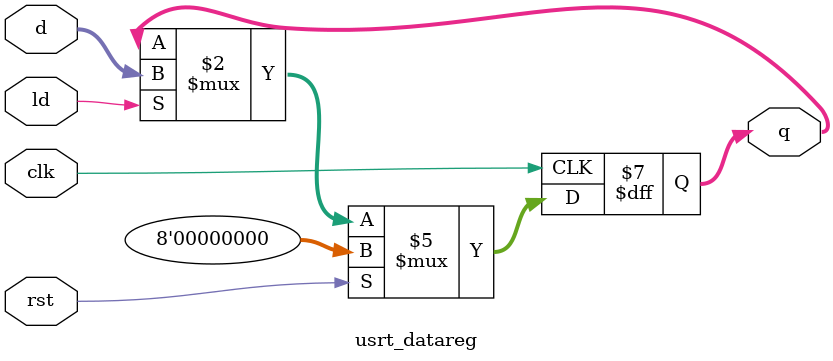
<source format=v>
`timescale 1ns / 1ps
module usrt_datareg(
    input clk,
    input rst,
    input ld,
    input [7:0] d,
    output reg [7:0] q
    );

always @ (posedge clk)
begin
    if(rst)
        q <= 0;
    else if(ld)
        q <= d;
end
endmodule

</source>
